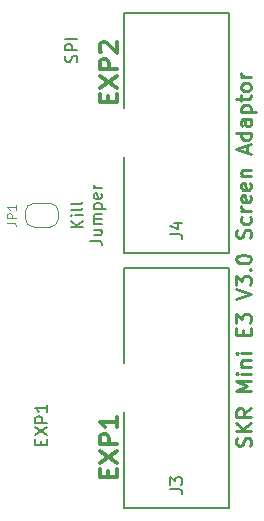
<source format=gbr>
G04 #@! TF.GenerationSoftware,KiCad,Pcbnew,(6.0.0)*
G04 #@! TF.CreationDate,2021-12-31T10:21:58-05:00*
G04 #@! TF.ProjectId,SKR-Mini_Screen,534b522d-4d69-46e6-995f-53637265656e,rev?*
G04 #@! TF.SameCoordinates,Original*
G04 #@! TF.FileFunction,Legend,Top*
G04 #@! TF.FilePolarity,Positive*
%FSLAX46Y46*%
G04 Gerber Fmt 4.6, Leading zero omitted, Abs format (unit mm)*
G04 Created by KiCad (PCBNEW (6.0.0)) date 2021-12-31 10:21:58*
%MOMM*%
%LPD*%
G01*
G04 APERTURE LIST*
%ADD10C,0.300000*%
%ADD11C,0.150000*%
%ADD12C,0.250000*%
%ADD13C,0.200000*%
%ADD14C,0.120000*%
G04 APERTURE END LIST*
D10*
X132607857Y-93305000D02*
X132607857Y-92805000D01*
X133393571Y-92590714D02*
X133393571Y-93305000D01*
X131893571Y-93305000D01*
X131893571Y-92590714D01*
X131893571Y-92090714D02*
X133393571Y-91090714D01*
X131893571Y-91090714D02*
X133393571Y-92090714D01*
X133393571Y-90519285D02*
X131893571Y-90519285D01*
X131893571Y-89947857D01*
X131965000Y-89805000D01*
X132036428Y-89733571D01*
X132179285Y-89662142D01*
X132393571Y-89662142D01*
X132536428Y-89733571D01*
X132607857Y-89805000D01*
X132679285Y-89947857D01*
X132679285Y-90519285D01*
X132036428Y-89090714D02*
X131965000Y-89019285D01*
X131893571Y-88876428D01*
X131893571Y-88519285D01*
X131965000Y-88376428D01*
X132036428Y-88305000D01*
X132179285Y-88233571D01*
X132322142Y-88233571D01*
X132536428Y-88305000D01*
X133393571Y-89162142D01*
X133393571Y-88233571D01*
D11*
X126928571Y-122316666D02*
X126928571Y-121983333D01*
X127452380Y-121840476D02*
X127452380Y-122316666D01*
X126452380Y-122316666D01*
X126452380Y-121840476D01*
X126452380Y-121507142D02*
X127452380Y-120840476D01*
X126452380Y-120840476D02*
X127452380Y-121507142D01*
X127452380Y-120459523D02*
X126452380Y-120459523D01*
X126452380Y-120078571D01*
X126500000Y-119983333D01*
X126547619Y-119935714D01*
X126642857Y-119888095D01*
X126785714Y-119888095D01*
X126880952Y-119935714D01*
X126928571Y-119983333D01*
X126976190Y-120078571D01*
X126976190Y-120459523D01*
X127452380Y-118935714D02*
X127452380Y-119507142D01*
X127452380Y-119221428D02*
X126452380Y-119221428D01*
X126595238Y-119316666D01*
X126690476Y-119411904D01*
X126738095Y-119507142D01*
D10*
X132607857Y-125055000D02*
X132607857Y-124555000D01*
X133393571Y-124340714D02*
X133393571Y-125055000D01*
X131893571Y-125055000D01*
X131893571Y-124340714D01*
X131893571Y-123840714D02*
X133393571Y-122840714D01*
X131893571Y-122840714D02*
X133393571Y-123840714D01*
X133393571Y-122269285D02*
X131893571Y-122269285D01*
X131893571Y-121697857D01*
X131965000Y-121555000D01*
X132036428Y-121483571D01*
X132179285Y-121412142D01*
X132393571Y-121412142D01*
X132536428Y-121483571D01*
X132607857Y-121555000D01*
X132679285Y-121697857D01*
X132679285Y-122269285D01*
X133393571Y-119983571D02*
X133393571Y-120840714D01*
X133393571Y-120412142D02*
X131893571Y-120412142D01*
X132107857Y-120555000D01*
X132250714Y-120697857D01*
X132322142Y-120840714D01*
D12*
X144650952Y-122424047D02*
X144710476Y-122245476D01*
X144710476Y-121947857D01*
X144650952Y-121828809D01*
X144591428Y-121769285D01*
X144472380Y-121709761D01*
X144353333Y-121709761D01*
X144234285Y-121769285D01*
X144174761Y-121828809D01*
X144115238Y-121947857D01*
X144055714Y-122185952D01*
X143996190Y-122305000D01*
X143936666Y-122364523D01*
X143817619Y-122424047D01*
X143698571Y-122424047D01*
X143579523Y-122364523D01*
X143520000Y-122305000D01*
X143460476Y-122185952D01*
X143460476Y-121888333D01*
X143520000Y-121709761D01*
X144710476Y-121174047D02*
X143460476Y-121174047D01*
X144710476Y-120459761D02*
X143996190Y-120995476D01*
X143460476Y-120459761D02*
X144174761Y-121174047D01*
X144710476Y-119209761D02*
X144115238Y-119626428D01*
X144710476Y-119924047D02*
X143460476Y-119924047D01*
X143460476Y-119447857D01*
X143520000Y-119328809D01*
X143579523Y-119269285D01*
X143698571Y-119209761D01*
X143877142Y-119209761D01*
X143996190Y-119269285D01*
X144055714Y-119328809D01*
X144115238Y-119447857D01*
X144115238Y-119924047D01*
X144710476Y-117721666D02*
X143460476Y-117721666D01*
X144353333Y-117305000D01*
X143460476Y-116888333D01*
X144710476Y-116888333D01*
X144710476Y-116293095D02*
X143877142Y-116293095D01*
X143460476Y-116293095D02*
X143520000Y-116352619D01*
X143579523Y-116293095D01*
X143520000Y-116233571D01*
X143460476Y-116293095D01*
X143579523Y-116293095D01*
X143877142Y-115697857D02*
X144710476Y-115697857D01*
X143996190Y-115697857D02*
X143936666Y-115638333D01*
X143877142Y-115519285D01*
X143877142Y-115340714D01*
X143936666Y-115221666D01*
X144055714Y-115162142D01*
X144710476Y-115162142D01*
X144710476Y-114566904D02*
X143877142Y-114566904D01*
X143460476Y-114566904D02*
X143520000Y-114626428D01*
X143579523Y-114566904D01*
X143520000Y-114507380D01*
X143460476Y-114566904D01*
X143579523Y-114566904D01*
X144055714Y-113019285D02*
X144055714Y-112602619D01*
X144710476Y-112424047D02*
X144710476Y-113019285D01*
X143460476Y-113019285D01*
X143460476Y-112424047D01*
X143460476Y-112007380D02*
X143460476Y-111233571D01*
X143936666Y-111650238D01*
X143936666Y-111471666D01*
X143996190Y-111352619D01*
X144055714Y-111293095D01*
X144174761Y-111233571D01*
X144472380Y-111233571D01*
X144591428Y-111293095D01*
X144650952Y-111352619D01*
X144710476Y-111471666D01*
X144710476Y-111828809D01*
X144650952Y-111947857D01*
X144591428Y-112007380D01*
X143460476Y-109924047D02*
X144710476Y-109507380D01*
X143460476Y-109090714D01*
X143460476Y-108793095D02*
X143460476Y-108019285D01*
X143936666Y-108435952D01*
X143936666Y-108257380D01*
X143996190Y-108138333D01*
X144055714Y-108078809D01*
X144174761Y-108019285D01*
X144472380Y-108019285D01*
X144591428Y-108078809D01*
X144650952Y-108138333D01*
X144710476Y-108257380D01*
X144710476Y-108614523D01*
X144650952Y-108733571D01*
X144591428Y-108793095D01*
X144591428Y-107483571D02*
X144650952Y-107424047D01*
X144710476Y-107483571D01*
X144650952Y-107543095D01*
X144591428Y-107483571D01*
X144710476Y-107483571D01*
X143460476Y-106650238D02*
X143460476Y-106531190D01*
X143520000Y-106412142D01*
X143579523Y-106352619D01*
X143698571Y-106293095D01*
X143936666Y-106233571D01*
X144234285Y-106233571D01*
X144472380Y-106293095D01*
X144591428Y-106352619D01*
X144650952Y-106412142D01*
X144710476Y-106531190D01*
X144710476Y-106650238D01*
X144650952Y-106769285D01*
X144591428Y-106828809D01*
X144472380Y-106888333D01*
X144234285Y-106947857D01*
X143936666Y-106947857D01*
X143698571Y-106888333D01*
X143579523Y-106828809D01*
X143520000Y-106769285D01*
X143460476Y-106650238D01*
X144650952Y-104805000D02*
X144710476Y-104626428D01*
X144710476Y-104328809D01*
X144650952Y-104209761D01*
X144591428Y-104150238D01*
X144472380Y-104090714D01*
X144353333Y-104090714D01*
X144234285Y-104150238D01*
X144174761Y-104209761D01*
X144115238Y-104328809D01*
X144055714Y-104566904D01*
X143996190Y-104685952D01*
X143936666Y-104745476D01*
X143817619Y-104805000D01*
X143698571Y-104805000D01*
X143579523Y-104745476D01*
X143520000Y-104685952D01*
X143460476Y-104566904D01*
X143460476Y-104269285D01*
X143520000Y-104090714D01*
X144650952Y-103019285D02*
X144710476Y-103138333D01*
X144710476Y-103376428D01*
X144650952Y-103495476D01*
X144591428Y-103555000D01*
X144472380Y-103614523D01*
X144115238Y-103614523D01*
X143996190Y-103555000D01*
X143936666Y-103495476D01*
X143877142Y-103376428D01*
X143877142Y-103138333D01*
X143936666Y-103019285D01*
X144710476Y-102483571D02*
X143877142Y-102483571D01*
X144115238Y-102483571D02*
X143996190Y-102424047D01*
X143936666Y-102364523D01*
X143877142Y-102245476D01*
X143877142Y-102126428D01*
X144650952Y-101233571D02*
X144710476Y-101352619D01*
X144710476Y-101590714D01*
X144650952Y-101709761D01*
X144531904Y-101769285D01*
X144055714Y-101769285D01*
X143936666Y-101709761D01*
X143877142Y-101590714D01*
X143877142Y-101352619D01*
X143936666Y-101233571D01*
X144055714Y-101174047D01*
X144174761Y-101174047D01*
X144293809Y-101769285D01*
X144650952Y-100162142D02*
X144710476Y-100281190D01*
X144710476Y-100519285D01*
X144650952Y-100638333D01*
X144531904Y-100697857D01*
X144055714Y-100697857D01*
X143936666Y-100638333D01*
X143877142Y-100519285D01*
X143877142Y-100281190D01*
X143936666Y-100162142D01*
X144055714Y-100102619D01*
X144174761Y-100102619D01*
X144293809Y-100697857D01*
X143877142Y-99566904D02*
X144710476Y-99566904D01*
X143996190Y-99566904D02*
X143936666Y-99507380D01*
X143877142Y-99388333D01*
X143877142Y-99209761D01*
X143936666Y-99090714D01*
X144055714Y-99031190D01*
X144710476Y-99031190D01*
X144353333Y-97543095D02*
X144353333Y-96947857D01*
X144710476Y-97662142D02*
X143460476Y-97245476D01*
X144710476Y-96828809D01*
X144710476Y-95876428D02*
X143460476Y-95876428D01*
X144650952Y-95876428D02*
X144710476Y-95995476D01*
X144710476Y-96233571D01*
X144650952Y-96352619D01*
X144591428Y-96412142D01*
X144472380Y-96471666D01*
X144115238Y-96471666D01*
X143996190Y-96412142D01*
X143936666Y-96352619D01*
X143877142Y-96233571D01*
X143877142Y-95995476D01*
X143936666Y-95876428D01*
X144710476Y-94745476D02*
X144055714Y-94745476D01*
X143936666Y-94805000D01*
X143877142Y-94924047D01*
X143877142Y-95162142D01*
X143936666Y-95281190D01*
X144650952Y-94745476D02*
X144710476Y-94864523D01*
X144710476Y-95162142D01*
X144650952Y-95281190D01*
X144531904Y-95340714D01*
X144412857Y-95340714D01*
X144293809Y-95281190D01*
X144234285Y-95162142D01*
X144234285Y-94864523D01*
X144174761Y-94745476D01*
X143877142Y-94150238D02*
X145127142Y-94150238D01*
X143936666Y-94150238D02*
X143877142Y-94031190D01*
X143877142Y-93793095D01*
X143936666Y-93674047D01*
X143996190Y-93614523D01*
X144115238Y-93555000D01*
X144472380Y-93555000D01*
X144591428Y-93614523D01*
X144650952Y-93674047D01*
X144710476Y-93793095D01*
X144710476Y-94031190D01*
X144650952Y-94150238D01*
X143877142Y-93197857D02*
X143877142Y-92721666D01*
X143460476Y-93019285D02*
X144531904Y-93019285D01*
X144650952Y-92959761D01*
X144710476Y-92840714D01*
X144710476Y-92721666D01*
X144710476Y-92126428D02*
X144650952Y-92245476D01*
X144591428Y-92305000D01*
X144472380Y-92364523D01*
X144115238Y-92364523D01*
X143996190Y-92305000D01*
X143936666Y-92245476D01*
X143877142Y-92126428D01*
X143877142Y-91947857D01*
X143936666Y-91828809D01*
X143996190Y-91769285D01*
X144115238Y-91709761D01*
X144472380Y-91709761D01*
X144591428Y-91769285D01*
X144650952Y-91828809D01*
X144710476Y-91947857D01*
X144710476Y-92126428D01*
X144710476Y-91174047D02*
X143877142Y-91174047D01*
X144115238Y-91174047D02*
X143996190Y-91114523D01*
X143936666Y-91055000D01*
X143877142Y-90935952D01*
X143877142Y-90816904D01*
D11*
X129944761Y-89923809D02*
X129992380Y-89780952D01*
X129992380Y-89542857D01*
X129944761Y-89447619D01*
X129897142Y-89400000D01*
X129801904Y-89352380D01*
X129706666Y-89352380D01*
X129611428Y-89400000D01*
X129563809Y-89447619D01*
X129516190Y-89542857D01*
X129468571Y-89733333D01*
X129420952Y-89828571D01*
X129373333Y-89876190D01*
X129278095Y-89923809D01*
X129182857Y-89923809D01*
X129087619Y-89876190D01*
X129040000Y-89828571D01*
X128992380Y-89733333D01*
X128992380Y-89495238D01*
X129040000Y-89352380D01*
X129992380Y-88923809D02*
X128992380Y-88923809D01*
X128992380Y-88542857D01*
X129040000Y-88447619D01*
X129087619Y-88400000D01*
X129182857Y-88352380D01*
X129325714Y-88352380D01*
X129420952Y-88400000D01*
X129468571Y-88447619D01*
X129516190Y-88542857D01*
X129516190Y-88923809D01*
X129992380Y-87923809D02*
X128992380Y-87923809D01*
D13*
X130457380Y-103893809D02*
X129457380Y-103893809D01*
X130457380Y-103322380D02*
X129885952Y-103750952D01*
X129457380Y-103322380D02*
X130028809Y-103893809D01*
X130457380Y-102893809D02*
X129790714Y-102893809D01*
X129457380Y-102893809D02*
X129505000Y-102941428D01*
X129552619Y-102893809D01*
X129505000Y-102846190D01*
X129457380Y-102893809D01*
X129552619Y-102893809D01*
X130457380Y-102274761D02*
X130409761Y-102370000D01*
X130314523Y-102417619D01*
X129457380Y-102417619D01*
X130457380Y-101750952D02*
X130409761Y-101846190D01*
X130314523Y-101893809D01*
X129457380Y-101893809D01*
X131067380Y-105036666D02*
X131781666Y-105036666D01*
X131924523Y-105084285D01*
X132019761Y-105179523D01*
X132067380Y-105322380D01*
X132067380Y-105417619D01*
X131400714Y-104131904D02*
X132067380Y-104131904D01*
X131400714Y-104560476D02*
X131924523Y-104560476D01*
X132019761Y-104512857D01*
X132067380Y-104417619D01*
X132067380Y-104274761D01*
X132019761Y-104179523D01*
X131972142Y-104131904D01*
X132067380Y-103655714D02*
X131400714Y-103655714D01*
X131495952Y-103655714D02*
X131448333Y-103608095D01*
X131400714Y-103512857D01*
X131400714Y-103370000D01*
X131448333Y-103274761D01*
X131543571Y-103227142D01*
X132067380Y-103227142D01*
X131543571Y-103227142D02*
X131448333Y-103179523D01*
X131400714Y-103084285D01*
X131400714Y-102941428D01*
X131448333Y-102846190D01*
X131543571Y-102798571D01*
X132067380Y-102798571D01*
X131400714Y-102322380D02*
X132400714Y-102322380D01*
X131448333Y-102322380D02*
X131400714Y-102227142D01*
X131400714Y-102036666D01*
X131448333Y-101941428D01*
X131495952Y-101893809D01*
X131591190Y-101846190D01*
X131876904Y-101846190D01*
X131972142Y-101893809D01*
X132019761Y-101941428D01*
X132067380Y-102036666D01*
X132067380Y-102227142D01*
X132019761Y-102322380D01*
X132019761Y-101036666D02*
X132067380Y-101131904D01*
X132067380Y-101322380D01*
X132019761Y-101417619D01*
X131924523Y-101465238D01*
X131543571Y-101465238D01*
X131448333Y-101417619D01*
X131400714Y-101322380D01*
X131400714Y-101131904D01*
X131448333Y-101036666D01*
X131543571Y-100989047D01*
X131638809Y-100989047D01*
X131734047Y-101465238D01*
X132067380Y-100560476D02*
X131400714Y-100560476D01*
X131591190Y-100560476D02*
X131495952Y-100512857D01*
X131448333Y-100465238D01*
X131400714Y-100370000D01*
X131400714Y-100274761D01*
D11*
X137882380Y-126063333D02*
X138596666Y-126063333D01*
X138739523Y-126110952D01*
X138834761Y-126206190D01*
X138882380Y-126349047D01*
X138882380Y-126444285D01*
X137882380Y-125682380D02*
X137882380Y-125063333D01*
X138263333Y-125396666D01*
X138263333Y-125253809D01*
X138310952Y-125158571D01*
X138358571Y-125110952D01*
X138453809Y-125063333D01*
X138691904Y-125063333D01*
X138787142Y-125110952D01*
X138834761Y-125158571D01*
X138882380Y-125253809D01*
X138882380Y-125539523D01*
X138834761Y-125634761D01*
X138787142Y-125682380D01*
X137882380Y-104473333D02*
X138596666Y-104473333D01*
X138739523Y-104520952D01*
X138834761Y-104616190D01*
X138882380Y-104759047D01*
X138882380Y-104854285D01*
X138215714Y-103568571D02*
X138882380Y-103568571D01*
X137834761Y-103806666D02*
X138549047Y-104044761D01*
X138549047Y-103425714D01*
D14*
X124049285Y-103495000D02*
X124585000Y-103495000D01*
X124692142Y-103530714D01*
X124763571Y-103602142D01*
X124799285Y-103709285D01*
X124799285Y-103780714D01*
X124799285Y-103137857D02*
X124049285Y-103137857D01*
X124049285Y-102852142D01*
X124085000Y-102780714D01*
X124120714Y-102745000D01*
X124192142Y-102709285D01*
X124299285Y-102709285D01*
X124370714Y-102745000D01*
X124406428Y-102780714D01*
X124442142Y-102852142D01*
X124442142Y-103137857D01*
X124799285Y-101995000D02*
X124799285Y-102423571D01*
X124799285Y-102209285D02*
X124049285Y-102209285D01*
X124156428Y-102280714D01*
X124227857Y-102352142D01*
X124263571Y-102423571D01*
D11*
X133985000Y-107315000D02*
X142875000Y-107315000D01*
X133985000Y-115420000D02*
X133985000Y-107315000D01*
X133985000Y-127635000D02*
X133985000Y-119530000D01*
X142875000Y-117475000D02*
X142875000Y-127635000D01*
X142875000Y-127635000D02*
X133985000Y-127635000D01*
X142875000Y-117475000D02*
X142875000Y-107315000D01*
X142875000Y-95885000D02*
X142875000Y-106045000D01*
X142875000Y-95885000D02*
X142875000Y-85725000D01*
X133985000Y-106045000D02*
X133985000Y-97940000D01*
X142875000Y-106045000D02*
X133985000Y-106045000D01*
X133985000Y-85725000D02*
X142875000Y-85725000D01*
X133985000Y-93830000D02*
X133985000Y-85725000D01*
D14*
X126300000Y-101870000D02*
X127700000Y-101870000D01*
X125600000Y-103170000D02*
X125600000Y-102570000D01*
X127700000Y-103870000D02*
X126300000Y-103870000D01*
X128400000Y-102570000D02*
X128400000Y-103170000D01*
X125600000Y-103170000D02*
G75*
G03*
X126300000Y-103870000I699999J-1D01*
G01*
X128400000Y-102570000D02*
G75*
G03*
X127700000Y-101870000I-699999J1D01*
G01*
X127700000Y-103870000D02*
G75*
G03*
X128400000Y-103170000I1J699999D01*
G01*
X126300000Y-101870000D02*
G75*
G03*
X125600000Y-102570000I-1J-699999D01*
G01*
M02*

</source>
